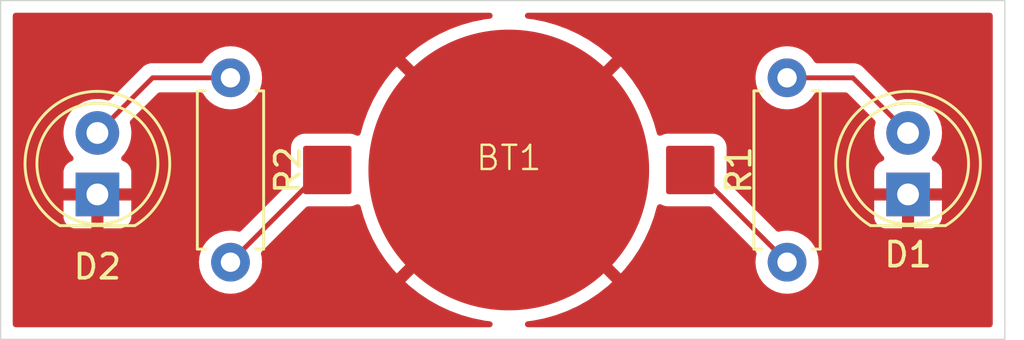
<source format=kicad_pcb>
(kicad_pcb (version 20240108) (generator "pcbnew") (generator_version "8.0")
  (layers (0 "F.Cu" signal) (31 "B.Cu" signal) (34 "B.Paste" user) (35 "F.Paste" user) (36 "B.SilkS" user "B.Silkscreen") (37 "F.SilkS" user "F.Silkscreen") (38 "B.Mask" user) (39 "F.Mask" user) (44 "Edge.Cuts" user))
  (net 0 "")
  (net 1 "Net-(D1-A)")
  (net 2 "Net-(D2-A)")
  (net 3 "Net-(BT1-+)")
  (net 4 "GND")
  (footprint "LED_THT:LED_D5.0mm" (layer "F.Cu") (at 133 68.01 90)
    (property "Reference" "D1" (at -2.49 0 0) (layer "F.SilkS"))
    (property "Value" "940NM LED")
    (fp_line (start -1.29 -1.545) (end -1.29 1.545) (stroke (width 0.12)) (layer "F.SilkS"))
    (fp_arc (start -1.29 -1.54483) (mid 2.072002 -2.880433) (end 4.26 0.000462) (stroke (width 0.12)) (layer "F.SilkS"))
    (fp_arc (start 4.26 -0.000462) (mid 2.072002 2.880433) (end -1.29 1.54483) (stroke (width 0.12)) (layer "F.SilkS"))
    (fp_circle (center 1.27 0) (end 3.77 0) (stroke (width 0.12)) (fill none) (layer "F.SilkS"))
    (pad "1" thru_hole rect (at 0 0 90) (size 1.8 1.8) (drill 0.9) (layers "*.Cu" "*.Mask") (net 4 "GND"))
    (pad "2" thru_hole circle (at 2.54 0 90) (size 1.8 1.8) (drill 0.9) (layers "*.Cu" "*.Mask") (net 1 "Net-(D1-A)"))
  )
  (footprint "LED_THT:LED_D5.0mm" (layer "F.Cu") (at 99.5 68.01 90)
    (property "Reference" "D2" (at -2.99 0 0) (layer "F.SilkS"))
    (property "Value" "940NM LED")
    (fp_line (start -1.29 -1.545) (end -1.29 1.545) (stroke (width 0.12)) (layer "F.SilkS"))
    (fp_arc (start -1.29 -1.54483) (mid 2.072002 -2.880433) (end 4.26 0.000462) (stroke (width 0.12)) (layer "F.SilkS"))
    (fp_arc (start 4.26 -0.000462) (mid 2.072002 2.880433) (end -1.29 1.54483) (stroke (width 0.12)) (layer "F.SilkS"))
    (fp_circle (center 1.27 0) (end 3.77 0) (stroke (width 0.12)) (fill none) (layer "F.SilkS"))
    (pad "1" thru_hole rect (at 0 0 90) (size 1.8 1.8) (drill 0.9) (layers "*.Cu" "*.Mask") (net 4 "GND"))
    (pad "2" thru_hole circle (at 2.54 0 90) (size 1.8 1.8) (drill 0.9) (layers "*.Cu" "*.Mask") (net 2 "Net-(D2-A)"))
  )
  (footprint "batt holder:batt holder" (layer "F.Cu") (at 116.5 67)
    (property "Reference" "BT1" (at 0 -0.5 0) (layer "F.SilkS") (effects (font (thickness 0.1))))
    (property "Value" "LR44")
    (pad "1" smd roundrect (at -7.5 0) (size 2 2) (layers "F.Cu" "F.Paste" "F.Mask") (roundrect_rratio 0.05) (net 3 "Net-(BT1-+)"))
    (pad "1" smd roundrect (at 7.5 0) (size 2 2) (layers "F.Cu" "F.Paste" "F.Mask") (roundrect_rratio 0.05) (net 3 "Net-(BT1-+)"))
    (pad "2" smd circle (at 0 0) (size 11.6 11.6) (layers "F.Cu" "F.Paste" "F.Mask") (net 4 "GND"))
  )
  (footprint "Resistor_THT:R_Axial_DIN0207_L6.3mm_D2.5mm_P7.62mm_Horizontal" (layer "F.Cu") (at 128 63.19 -90)
    (property "Reference" "R1" (at 3.81 2 90) (layer "F.SilkS"))
    (property "Value" "330R")
    (fp_line (start 0.54 1.37) (end 7.08 1.37) (stroke (width 0.12)) (layer "F.SilkS"))
    (fp_line (start 7.08 1.37) (end 7.08 1.04) (stroke (width 0.12)) (layer "F.SilkS"))
    (fp_line (start 0.54 1.04) (end 0.54 1.37) (stroke (width 0.12)) (layer "F.SilkS"))
    (fp_line (start 0.54 -1.04) (end 0.54 -1.37) (stroke (width 0.12)) (layer "F.SilkS"))
    (fp_line (start 0.54 -1.37) (end 7.08 -1.37) (stroke (width 0.12)) (layer "F.SilkS"))
    (fp_line (start 7.08 -1.37) (end 7.08 -1.04) (stroke (width 0.12)) (layer "F.SilkS"))
    (pad "1" thru_hole circle (at 0 0 270) (size 1.6 1.6) (drill 0.8) (layers "*.Cu" "*.Mask") (net 1 "Net-(D1-A)"))
    (pad "2" thru_hole oval (at 7.62 0 270) (size 1.6 1.6) (drill 0.8) (layers "*.Cu" "*.Mask") (net 3 "Net-(BT1-+)"))
  )
  (footprint "Resistor_THT:R_Axial_DIN0207_L6.3mm_D2.5mm_P7.62mm_Horizontal" (layer "F.Cu") (at 105 63.19 -90)
    (property "Reference" "R2" (at 3.81 -2.37 90) (layer "F.SilkS"))
    (property "Value" "330R")
    (fp_line (start 0.54 1.37) (end 7.08 1.37) (stroke (width 0.12)) (layer "F.SilkS"))
    (fp_line (start 7.08 1.37) (end 7.08 1.04) (stroke (width 0.12)) (layer "F.SilkS"))
    (fp_line (start 0.54 1.04) (end 0.54 1.37) (stroke (width 0.12)) (layer "F.SilkS"))
    (fp_line (start 0.54 -1.04) (end 0.54 -1.37) (stroke (width 0.12)) (layer "F.SilkS"))
    (fp_line (start 0.54 -1.37) (end 7.08 -1.37) (stroke (width 0.12)) (layer "F.SilkS"))
    (fp_line (start 7.08 -1.37) (end 7.08 -1.04) (stroke (width 0.12)) (layer "F.SilkS"))
    (pad "1" thru_hole circle (at 0 0 270) (size 1.6 1.6) (drill 0.8) (layers "*.Cu" "*.Mask") (net 2 "Net-(D2-A)"))
    (pad "2" thru_hole oval (at 7.62 0 270) (size 1.6 1.6) (drill 0.8) (layers "*.Cu" "*.Mask") (net 3 "Net-(BT1-+)"))
  )
  (gr_rect (start 95.5 60) (end 137 74) (stroke (width 0.05)) (fill none) (layer "Edge.Cuts"))
  (segment (start 130.72 63.19) (end 133 65.47) (width 0.2) (layer "F.Cu") (net 1))
  (segment (start 128 63.19) (end 130.72 63.19) (width 0.2) (layer "F.Cu") (net 1))
  (segment (start 101.78 63.19) (end 99.5 65.47) (width 0.2) (layer "F.Cu") (net 2))
  (segment (start 105 63.19) (end 101.78 63.19) (width 0.2) (layer "F.Cu") (net 2))
  (segment (start 124 67) (end 124.19 67) (width 0.2) (layer "F.Cu") (net 3))
  (segment (start 108.81 67) (end 109 67) (width 0.2) (layer "F.Cu") (net 3))
  (segment (start 124.19 67) (end 128 70.81) (width 0.2) (layer "F.Cu") (net 3))
  (segment (start 105 70.81) (end 108.81 67) (width 0.2) (layer "F.Cu") (net 3))
  (zone (net 4) (net_name "GND") (layer "F.Cu") (connect_pads (clearance 0.5)) (min_thickness 0.25) (fill yes (thermal_gap 0.5) (thermal_bridge_width 0.5))
    (polygon (pts (xy 96 60.5) (xy 96 73.5) (xy 136.5 73.5) (xy 136.5 60.5)))
  )
)
</source>
